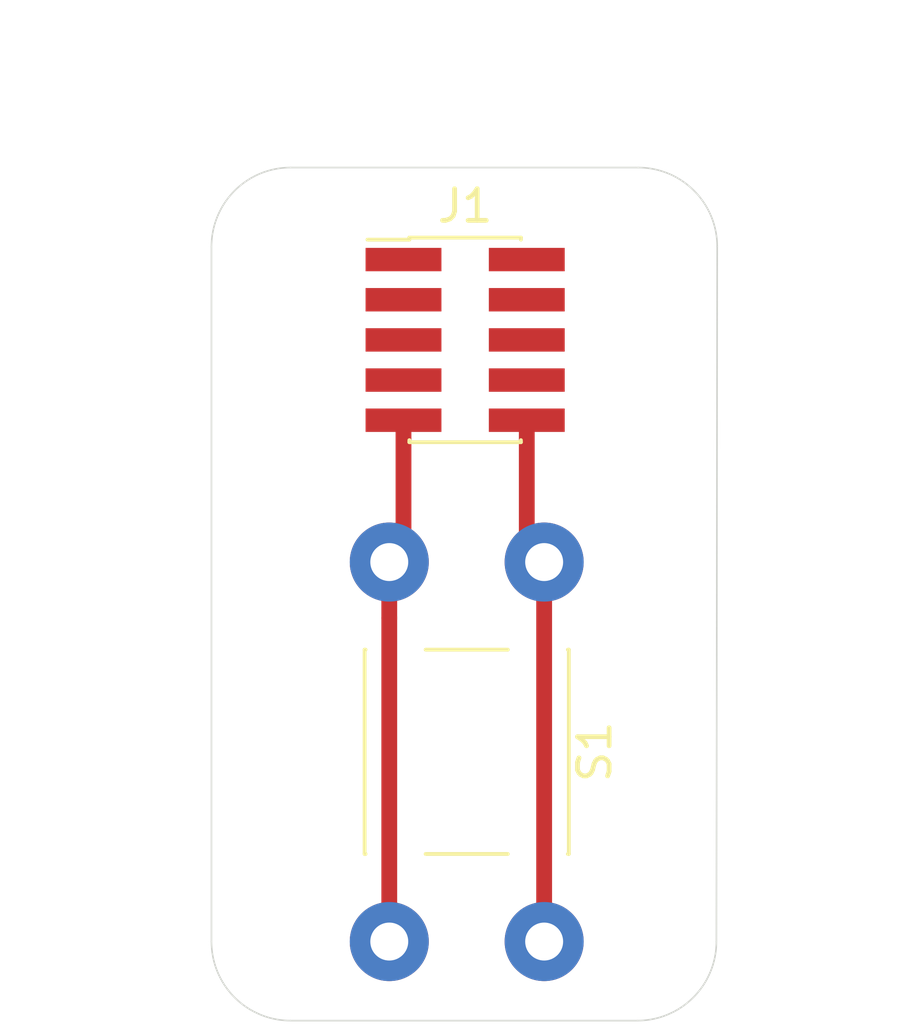
<source format=kicad_pcb>
(kicad_pcb (version 20171130) (host pcbnew "(5.1.5-0-10_14)")

  (general
    (thickness 1.6)
    (drawings 11)
    (tracks 7)
    (zones 0)
    (modules 2)
    (nets 3)
  )

  (page A4)
  (layers
    (0 F.Cu signal)
    (31 B.Cu signal)
    (32 B.Adhes user)
    (33 F.Adhes user)
    (34 B.Paste user)
    (35 F.Paste user)
    (36 B.SilkS user)
    (37 F.SilkS user)
    (38 B.Mask user)
    (39 F.Mask user)
    (40 Dwgs.User user)
    (41 Cmts.User user)
    (42 Eco1.User user)
    (43 Eco2.User user)
    (44 Edge.Cuts user)
    (45 Margin user)
    (46 B.CrtYd user)
    (47 F.CrtYd user)
    (48 B.Fab user)
    (49 F.Fab user)
  )

  (setup
    (last_trace_width 0.5)
    (trace_clearance 0.4)
    (zone_clearance 0.508)
    (zone_45_only no)
    (trace_min 0.2)
    (via_size 0.8)
    (via_drill 0.4)
    (via_min_size 0.4)
    (via_min_drill 0.3)
    (uvia_size 0.3)
    (uvia_drill 0.1)
    (uvias_allowed no)
    (uvia_min_size 0.2)
    (uvia_min_drill 0.1)
    (edge_width 0.05)
    (segment_width 0.2)
    (pcb_text_width 0.3)
    (pcb_text_size 1.5 1.5)
    (mod_edge_width 0.12)
    (mod_text_size 1 1)
    (mod_text_width 0.15)
    (pad_size 1.524 1.524)
    (pad_drill 0.762)
    (pad_to_mask_clearance 0.051)
    (solder_mask_min_width 0.25)
    (aux_axis_origin 0 0)
    (visible_elements FFFFFF7F)
    (pcbplotparams
      (layerselection 0x010fc_ffffffff)
      (usegerberextensions false)
      (usegerberattributes false)
      (usegerberadvancedattributes false)
      (creategerberjobfile false)
      (excludeedgelayer true)
      (linewidth 0.010000)
      (plotframeref false)
      (viasonmask false)
      (mode 1)
      (useauxorigin false)
      (hpglpennumber 1)
      (hpglpenspeed 20)
      (hpglpendiameter 15.000000)
      (psnegative false)
      (psa4output false)
      (plotreference true)
      (plotvalue true)
      (plotinvisibletext false)
      (padsonsilk false)
      (subtractmaskfromsilk false)
      (outputformat 1)
      (mirror false)
      (drillshape 1)
      (scaleselection 1)
      (outputdirectory ""))
  )

  (net 0 "")
  (net 1 "Net-(J1-Pad10)")
  (net 2 "Net-(J1-Pad9)")

  (net_class Default "This is the default net class."
    (clearance 0.4)
    (trace_width 0.5)
    (via_dia 0.8)
    (via_drill 0.4)
    (uvia_dia 0.3)
    (uvia_drill 0.1)
    (add_net "Net-(J1-Pad10)")
    (add_net "Net-(J1-Pad2)")
    (add_net "Net-(J1-Pad9)")
  )

  (module fab:TACTILE-SWITCH-12mm-5mmH (layer F.Cu) (tedit 5F9174C1) (tstamp 5F91EBDF)
    (at 151.8 106.875 270)
    (descr "tactile push button, 6x6mm e.g. PTS645xx series, height=9.5mm")
    (tags "tact sw push 6mm smd")
    (path /5F91776D)
    (attr smd)
    (fp_text reference S1 (at 0 -4.05 90) (layer F.SilkS)
      (effects (font (size 1 1) (thickness 0.15)))
    )
    (fp_text value 12mm-SWITCH (at 0.02032 7.24408 90) (layer F.Fab)
      (effects (font (size 1 1) (thickness 0.15)))
    )
    (fp_circle (center 0 0) (end 3 0) (layer F.Fab) (width 0.1))
    (fp_line (start -3.23 3.23) (end 3.23 3.23) (layer F.SilkS) (width 0.12))
    (fp_line (start -3.23 -1.3) (end -3.23 1.3) (layer F.SilkS) (width 0.12))
    (fp_line (start -3.23 -3.23) (end 3.23 -3.23) (layer F.SilkS) (width 0.12))
    (fp_line (start 3.23 -1.3) (end 3.23 1.3) (layer F.SilkS) (width 0.12))
    (fp_line (start -3.23 -3.2) (end -3.23 -3.23) (layer F.SilkS) (width 0.12))
    (fp_line (start -3.23 3.23) (end -3.23 3.2) (layer F.SilkS) (width 0.12))
    (fp_line (start 3.23 3.23) (end 3.23 3.2) (layer F.SilkS) (width 0.12))
    (fp_line (start 3.23 -3.23) (end 3.23 -3.2) (layer F.SilkS) (width 0.12))
    (fp_line (start -6 -6) (end 6 -6) (layer F.CrtYd) (width 0.05))
    (fp_line (start -6 6) (end 6 6) (layer F.CrtYd) (width 0.05))
    (fp_line (start -6 -6) (end -6 6) (layer F.CrtYd) (width 0.05))
    (fp_line (start 6 6) (end 6 -6) (layer F.CrtYd) (width 0.05))
    (fp_line (start 4.68656 -5.30124) (end -4.68656 -5.30124) (layer F.Fab) (width 0.1))
    (fp_line (start 4.68656 5.30124) (end 4.68656 -5.30124) (layer F.Fab) (width 0.1))
    (fp_line (start -4.68884 5.30352) (end 4.68884 5.30352) (layer F.Fab) (width 0.1))
    (fp_line (start -4.68656 -5.30124) (end -4.68656 5.30124) (layer F.Fab) (width 0.1))
    (fp_text user %R (at 0 -4.05 90) (layer F.Fab)
      (effects (font (size 1 1) (thickness 0.15)))
    )
    (pad 4 thru_hole circle (at 6 2.45 270) (size 2.5 2.5) (drill 1.2) (layers *.Cu *.Mask)
      (net 2 "Net-(J1-Pad9)"))
    (pad 2 thru_hole circle (at 6 -2.45 270) (size 2.5 2.5) (drill 1.2) (layers *.Cu *.Mask)
      (net 1 "Net-(J1-Pad10)"))
    (pad 1 thru_hole circle (at -6 -2.45 270) (size 2.5 2.5) (drill 1.2) (layers *.Cu *.Mask)
      (net 1 "Net-(J1-Pad10)"))
    (pad 3 thru_hole circle (at -6 2.45 270) (size 2.5 2.5) (drill 1.2) (layers *.Cu *.Mask)
      (net 2 "Net-(J1-Pad9)"))
    (model ${KISYS3DMOD}/Button_Switch_SMD.3dshapes/SW_PUSH_6mm_H9.5mm.wrl
      (at (xyz 0 0 0))
      (scale (xyz 1 1 1))
      (rotate (xyz 0 0 0))
    )
  )

  (module Connector_PinHeader_1.27mm:PinHeader_2x05_P1.27mm_Vertical_SMD (layer F.Cu) (tedit 59FED6E3) (tstamp 5F91E953)
    (at 151.75 93.85)
    (descr "surface-mounted straight pin header, 2x05, 1.27mm pitch, double rows")
    (tags "Surface mounted pin header SMD 2x05 1.27mm double row")
    (path /5F91A4C2)
    (attr smd)
    (fp_text reference J1 (at 0 -4.235) (layer F.SilkS)
      (effects (font (size 1 1) (thickness 0.15)))
    )
    (fp_text value Conn_02x05_Odd_Even (at 0 4.235) (layer F.Fab)
      (effects (font (size 1 1) (thickness 0.15)))
    )
    (fp_text user %R (at 0 0 90) (layer F.Fab)
      (effects (font (size 1 1) (thickness 0.15)))
    )
    (fp_line (start 4.3 -3.7) (end -4.3 -3.7) (layer F.CrtYd) (width 0.05))
    (fp_line (start 4.3 3.7) (end 4.3 -3.7) (layer F.CrtYd) (width 0.05))
    (fp_line (start -4.3 3.7) (end 4.3 3.7) (layer F.CrtYd) (width 0.05))
    (fp_line (start -4.3 -3.7) (end -4.3 3.7) (layer F.CrtYd) (width 0.05))
    (fp_line (start 1.765 3.17) (end 1.765 3.235) (layer F.SilkS) (width 0.12))
    (fp_line (start -1.765 3.17) (end -1.765 3.235) (layer F.SilkS) (width 0.12))
    (fp_line (start 1.765 -3.235) (end 1.765 -3.17) (layer F.SilkS) (width 0.12))
    (fp_line (start -1.765 -3.235) (end -1.765 -3.17) (layer F.SilkS) (width 0.12))
    (fp_line (start -3.09 -3.17) (end -1.765 -3.17) (layer F.SilkS) (width 0.12))
    (fp_line (start -1.765 3.235) (end 1.765 3.235) (layer F.SilkS) (width 0.12))
    (fp_line (start -1.765 -3.235) (end 1.765 -3.235) (layer F.SilkS) (width 0.12))
    (fp_line (start 2.75 2.74) (end 1.705 2.74) (layer F.Fab) (width 0.1))
    (fp_line (start 2.75 2.34) (end 2.75 2.74) (layer F.Fab) (width 0.1))
    (fp_line (start 1.705 2.34) (end 2.75 2.34) (layer F.Fab) (width 0.1))
    (fp_line (start -2.75 2.74) (end -1.705 2.74) (layer F.Fab) (width 0.1))
    (fp_line (start -2.75 2.34) (end -2.75 2.74) (layer F.Fab) (width 0.1))
    (fp_line (start -1.705 2.34) (end -2.75 2.34) (layer F.Fab) (width 0.1))
    (fp_line (start 2.75 1.47) (end 1.705 1.47) (layer F.Fab) (width 0.1))
    (fp_line (start 2.75 1.07) (end 2.75 1.47) (layer F.Fab) (width 0.1))
    (fp_line (start 1.705 1.07) (end 2.75 1.07) (layer F.Fab) (width 0.1))
    (fp_line (start -2.75 1.47) (end -1.705 1.47) (layer F.Fab) (width 0.1))
    (fp_line (start -2.75 1.07) (end -2.75 1.47) (layer F.Fab) (width 0.1))
    (fp_line (start -1.705 1.07) (end -2.75 1.07) (layer F.Fab) (width 0.1))
    (fp_line (start 2.75 0.2) (end 1.705 0.2) (layer F.Fab) (width 0.1))
    (fp_line (start 2.75 -0.2) (end 2.75 0.2) (layer F.Fab) (width 0.1))
    (fp_line (start 1.705 -0.2) (end 2.75 -0.2) (layer F.Fab) (width 0.1))
    (fp_line (start -2.75 0.2) (end -1.705 0.2) (layer F.Fab) (width 0.1))
    (fp_line (start -2.75 -0.2) (end -2.75 0.2) (layer F.Fab) (width 0.1))
    (fp_line (start -1.705 -0.2) (end -2.75 -0.2) (layer F.Fab) (width 0.1))
    (fp_line (start 2.75 -1.07) (end 1.705 -1.07) (layer F.Fab) (width 0.1))
    (fp_line (start 2.75 -1.47) (end 2.75 -1.07) (layer F.Fab) (width 0.1))
    (fp_line (start 1.705 -1.47) (end 2.75 -1.47) (layer F.Fab) (width 0.1))
    (fp_line (start -2.75 -1.07) (end -1.705 -1.07) (layer F.Fab) (width 0.1))
    (fp_line (start -2.75 -1.47) (end -2.75 -1.07) (layer F.Fab) (width 0.1))
    (fp_line (start -1.705 -1.47) (end -2.75 -1.47) (layer F.Fab) (width 0.1))
    (fp_line (start 2.75 -2.34) (end 1.705 -2.34) (layer F.Fab) (width 0.1))
    (fp_line (start 2.75 -2.74) (end 2.75 -2.34) (layer F.Fab) (width 0.1))
    (fp_line (start 1.705 -2.74) (end 2.75 -2.74) (layer F.Fab) (width 0.1))
    (fp_line (start -2.75 -2.34) (end -1.705 -2.34) (layer F.Fab) (width 0.1))
    (fp_line (start -2.75 -2.74) (end -2.75 -2.34) (layer F.Fab) (width 0.1))
    (fp_line (start -1.705 -2.74) (end -2.75 -2.74) (layer F.Fab) (width 0.1))
    (fp_line (start 1.705 -3.175) (end 1.705 3.175) (layer F.Fab) (width 0.1))
    (fp_line (start -1.705 -2.74) (end -1.27 -3.175) (layer F.Fab) (width 0.1))
    (fp_line (start -1.705 3.175) (end -1.705 -2.74) (layer F.Fab) (width 0.1))
    (fp_line (start -1.27 -3.175) (end 1.705 -3.175) (layer F.Fab) (width 0.1))
    (fp_line (start 1.705 3.175) (end -1.705 3.175) (layer F.Fab) (width 0.1))
    (pad 10 smd rect (at 1.95 2.54) (size 2.4 0.74) (layers F.Cu F.Paste F.Mask)
      (net 1 "Net-(J1-Pad10)"))
    (pad 9 smd rect (at -1.95 2.54) (size 2.4 0.74) (layers F.Cu F.Paste F.Mask)
      (net 2 "Net-(J1-Pad9)"))
    (pad 8 smd rect (at 1.95 1.27) (size 2.4 0.74) (layers F.Cu F.Paste F.Mask))
    (pad 7 smd rect (at -1.95 1.27) (size 2.4 0.74) (layers F.Cu F.Paste F.Mask))
    (pad 6 smd rect (at 1.95 0) (size 2.4 0.74) (layers F.Cu F.Paste F.Mask))
    (pad 5 smd rect (at -1.95 0) (size 2.4 0.74) (layers F.Cu F.Paste F.Mask))
    (pad 4 smd rect (at 1.95 -1.27) (size 2.4 0.74) (layers F.Cu F.Paste F.Mask))
    (pad 3 smd rect (at -1.95 -1.27) (size 2.4 0.74) (layers F.Cu F.Paste F.Mask))
    (pad 2 smd rect (at 1.95 -2.54) (size 2.4 0.74) (layers F.Cu F.Paste F.Mask))
    (pad 1 smd rect (at -1.95 -2.54) (size 2.4 0.74) (layers F.Cu F.Paste F.Mask))
    (model ${KISYS3DMOD}/Connector_PinHeader_1.27mm.3dshapes/PinHeader_2x05_P1.27mm_Vertical_SMD.wrl
      (at (xyz 0 0 0))
      (scale (xyz 1 1 1))
      (rotate (xyz 0 0 0))
    )
  )

  (dimension 8.425 (width 0.15) (layer Dwgs.User)
    (gr_text "8.425 mm" (at 140.7 111.0875 270) (layer Dwgs.User)
      (effects (font (size 1 1) (thickness 0.15)))
    )
    (feature1 (pts (xy 151.8 115.3) (xy 141.413579 115.3)))
    (feature2 (pts (xy 151.8 106.875) (xy 141.413579 106.875)))
    (crossbar (pts (xy 142 106.875) (xy 142 115.3)))
    (arrow1a (pts (xy 142 115.3) (xy 141.413579 114.173496)))
    (arrow1b (pts (xy 142 115.3) (xy 142.586421 114.173496)))
    (arrow2a (pts (xy 142 106.875) (xy 141.413579 108.001504)))
    (arrow2b (pts (xy 142 106.875) (xy 142.586421 108.001504)))
  )
  (dimension 27.000185 (width 0.15) (layer Dwgs.User)
    (gr_text "27.000 mm" (at 164.152507 101.925195 89.78779438) (layer Dwgs.User)
      (effects (font (size 1 1) (thickness 0.15)))
    )
    (feature1 (pts (xy 157.4 88.4) (xy 163.488933 88.422552)))
    (feature2 (pts (xy 157.3 115.4) (xy 163.388933 115.422552)))
    (crossbar (pts (xy 162.802516 115.42038) (xy 162.902516 88.42038)))
    (arrow1a (pts (xy 162.902516 88.42038) (xy 163.484761 89.549048)))
    (arrow1b (pts (xy 162.902516 88.42038) (xy 162.311927 89.544704)))
    (arrow2a (pts (xy 162.802516 115.42038) (xy 163.393105 114.296056)))
    (arrow2b (pts (xy 162.802516 115.42038) (xy 162.220271 114.291712)))
  )
  (dimension 16 (width 0.15) (layer Dwgs.User)
    (gr_text "16.000 mm" (at 151.7 83.8) (layer Dwgs.User)
      (effects (font (size 1 1) (thickness 0.15)))
    )
    (feature1 (pts (xy 143.7 90.8) (xy 143.7 84.513579)))
    (feature2 (pts (xy 159.7 90.8) (xy 159.7 84.513579)))
    (crossbar (pts (xy 159.7 85.1) (xy 143.7 85.1)))
    (arrow1a (pts (xy 143.7 85.1) (xy 144.826504 84.513579)))
    (arrow1b (pts (xy 143.7 85.1) (xy 144.826504 85.686421)))
    (arrow2a (pts (xy 159.7 85.1) (xy 158.573496 84.513579)))
    (arrow2b (pts (xy 159.7 85.1) (xy 158.573496 85.686421)))
  )
  (gr_arc (start 157.2 112.875) (end 157.2 115.375) (angle -90) (layer Edge.Cuts) (width 0.05) (tstamp 5F91EE84))
  (gr_arc (start 146.225 112.875) (end 143.725 112.875) (angle -90) (layer Edge.Cuts) (width 0.05) (tstamp 5F91EE7D))
  (gr_line (start 146.225 115.375) (end 157.2 115.375) (layer Edge.Cuts) (width 0.05) (tstamp 5F91ED32))
  (gr_line (start 143.725 90.9) (end 143.725 112.875) (layer Edge.Cuts) (width 0.05) (tstamp 5F91ED0A))
  (gr_line (start 157.225 88.4) (end 146.225 88.4) (layer Edge.Cuts) (width 0.05) (tstamp 5F91ED09))
  (gr_line (start 159.7 112.875) (end 159.725 90.9) (layer Edge.Cuts) (width 0.05) (tstamp 5F91EE6D))
  (gr_arc (start 146.225 90.9) (end 146.225 88.4) (angle -90) (layer Edge.Cuts) (width 0.05) (tstamp 5F91EE22))
  (gr_arc (start 157.225 90.9) (end 159.725 90.9) (angle -90) (layer Edge.Cuts) (width 0.05) (tstamp 5F91EE6A))

  (segment (start 153.7 100.325) (end 154.25 100.875) (width 0.5) (layer F.Cu) (net 1))
  (segment (start 153.7 96.39) (end 153.7 100.325) (width 0.5) (layer F.Cu) (net 1))
  (segment (start 154.25 100.875) (end 154.25 112.875) (width 0.5) (layer F.Cu) (net 1))
  (segment (start 149.8 100.425) (end 149.35 100.875) (width 0.5) (layer F.Cu) (net 2))
  (segment (start 149.8 96.39) (end 149.8 100.425) (width 0.5) (layer F.Cu) (net 2))
  (segment (start 149.35 102.642766) (end 149.35 112.875) (width 0.5) (layer F.Cu) (net 2))
  (segment (start 149.35 100.875) (end 149.35 102.642766) (width 0.5) (layer F.Cu) (net 2))

)

</source>
